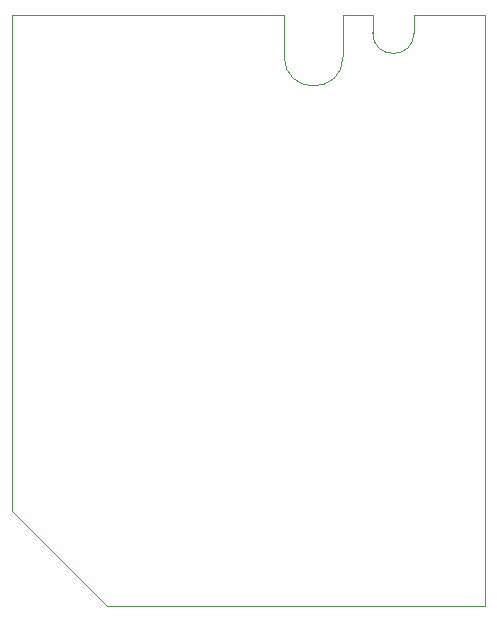
<source format=gm1>
G04 #@! TF.GenerationSoftware,KiCad,Pcbnew,(5.1.9)-1*
G04 #@! TF.CreationDate,2021-05-17T03:23:03-07:00*
G04 #@! TF.ProjectId,wired-sculpt,77697265-642d-4736-9375-6c70742e6b69,rev?*
G04 #@! TF.SameCoordinates,Original*
G04 #@! TF.FileFunction,Profile,NP*
%FSLAX46Y46*%
G04 Gerber Fmt 4.6, Leading zero omitted, Abs format (unit mm)*
G04 Created by KiCad (PCBNEW (5.1.9)-1) date 2021-05-17 03:23:03*
%MOMM*%
%LPD*%
G01*
G04 APERTURE LIST*
G04 #@! TA.AperFunction,Profile*
%ADD10C,0.050000*%
G04 #@! TD*
G04 #@! TA.AperFunction,Profile*
%ADD11C,0.100000*%
G04 #@! TD*
G04 APERTURE END LIST*
D10*
X160000000Y-30000000D02*
X154000000Y-30000000D01*
D11*
X160000000Y-30000000D02*
X160000000Y-80000000D01*
D10*
X143000000Y-30000000D02*
X120000000Y-30000000D01*
D11*
X120000000Y-72000000D02*
X120000000Y-30000000D01*
D10*
X154000000Y-30000000D02*
X154000000Y-31500000D01*
X154000000Y-31500000D02*
G75*
G02*
X150500000Y-31500000I-1750000J0D01*
G01*
X148000000Y-30000000D02*
X148000000Y-33500000D01*
X160000000Y-80000000D02*
X128000000Y-80000000D01*
X143000000Y-30000000D02*
X143000000Y-33500000D01*
X150500000Y-31500000D02*
X150500000Y-30000000D01*
X148000000Y-30000000D02*
X150500000Y-30000000D01*
X148000000Y-33500000D02*
G75*
G02*
X143000000Y-33500000I-2500000J0D01*
G01*
X128000000Y-80000000D02*
X120000000Y-72000000D01*
M02*

</source>
